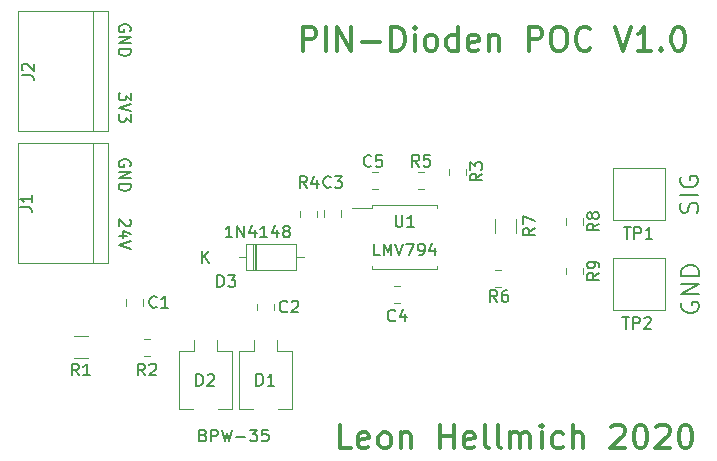
<source format=gbr>
G04 #@! TF.GenerationSoftware,KiCad,Pcbnew,(5.1.4)-1*
G04 #@! TF.CreationDate,2020-04-09T16:08:48+02:00*
G04 #@! TF.ProjectId,PIN_NiklasNachbau,50494e5f-4e69-46b6-9c61-734e61636862,rev?*
G04 #@! TF.SameCoordinates,Original*
G04 #@! TF.FileFunction,Legend,Top*
G04 #@! TF.FilePolarity,Positive*
%FSLAX46Y46*%
G04 Gerber Fmt 4.6, Leading zero omitted, Abs format (unit mm)*
G04 Created by KiCad (PCBNEW (5.1.4)-1) date 2020-04-09 16:08:48*
%MOMM*%
%LPD*%
G04 APERTURE LIST*
%ADD10C,0.150000*%
%ADD11C,0.200000*%
%ADD12C,0.300000*%
%ADD13C,0.120000*%
G04 APERTURE END LIST*
D10*
X158689142Y-68050714D02*
X158760571Y-67836428D01*
X158760571Y-67479285D01*
X158689142Y-67336428D01*
X158617714Y-67265000D01*
X158474857Y-67193571D01*
X158332000Y-67193571D01*
X158189142Y-67265000D01*
X158117714Y-67336428D01*
X158046285Y-67479285D01*
X157974857Y-67765000D01*
X157903428Y-67907857D01*
X157832000Y-67979285D01*
X157689142Y-68050714D01*
X157546285Y-68050714D01*
X157403428Y-67979285D01*
X157332000Y-67907857D01*
X157260571Y-67765000D01*
X157260571Y-67407857D01*
X157332000Y-67193571D01*
X158760571Y-66550714D02*
X157260571Y-66550714D01*
X157332000Y-65050714D02*
X157260571Y-65193571D01*
X157260571Y-65407857D01*
X157332000Y-65622142D01*
X157474857Y-65765000D01*
X157617714Y-65836428D01*
X157903428Y-65907857D01*
X158117714Y-65907857D01*
X158403428Y-65836428D01*
X158546285Y-65765000D01*
X158689142Y-65622142D01*
X158760571Y-65407857D01*
X158760571Y-65265000D01*
X158689142Y-65050714D01*
X158617714Y-64979285D01*
X158117714Y-64979285D01*
X158117714Y-65265000D01*
X157459000Y-75658857D02*
X157387571Y-75801714D01*
X157387571Y-76016000D01*
X157459000Y-76230285D01*
X157601857Y-76373142D01*
X157744714Y-76444571D01*
X158030428Y-76516000D01*
X158244714Y-76516000D01*
X158530428Y-76444571D01*
X158673285Y-76373142D01*
X158816142Y-76230285D01*
X158887571Y-76016000D01*
X158887571Y-75873142D01*
X158816142Y-75658857D01*
X158744714Y-75587428D01*
X158244714Y-75587428D01*
X158244714Y-75873142D01*
X158887571Y-74944571D02*
X157387571Y-74944571D01*
X158887571Y-74087428D01*
X157387571Y-74087428D01*
X158887571Y-73373142D02*
X157387571Y-73373142D01*
X157387571Y-73016000D01*
X157459000Y-72801714D01*
X157601857Y-72658857D01*
X157744714Y-72587428D01*
X158030428Y-72516000D01*
X158244714Y-72516000D01*
X158530428Y-72587428D01*
X158673285Y-72658857D01*
X158816142Y-72801714D01*
X158887571Y-73016000D01*
X158887571Y-73373142D01*
X131832952Y-71666380D02*
X131356761Y-71666380D01*
X131356761Y-70666380D01*
X132166285Y-71666380D02*
X132166285Y-70666380D01*
X132499619Y-71380666D01*
X132832952Y-70666380D01*
X132832952Y-71666380D01*
X133166285Y-70666380D02*
X133499619Y-71666380D01*
X133832952Y-70666380D01*
X134071047Y-70666380D02*
X134737714Y-70666380D01*
X134309142Y-71666380D01*
X135166285Y-71666380D02*
X135356761Y-71666380D01*
X135452000Y-71618761D01*
X135499619Y-71571142D01*
X135594857Y-71428285D01*
X135642476Y-71237809D01*
X135642476Y-70856857D01*
X135594857Y-70761619D01*
X135547238Y-70714000D01*
X135452000Y-70666380D01*
X135261523Y-70666380D01*
X135166285Y-70714000D01*
X135118666Y-70761619D01*
X135071047Y-70856857D01*
X135071047Y-71094952D01*
X135118666Y-71190190D01*
X135166285Y-71237809D01*
X135261523Y-71285428D01*
X135452000Y-71285428D01*
X135547238Y-71237809D01*
X135594857Y-71190190D01*
X135642476Y-71094952D01*
X136499619Y-70999714D02*
X136499619Y-71666380D01*
X136261523Y-70618761D02*
X136023428Y-71333047D01*
X136642476Y-71333047D01*
X119363142Y-70142380D02*
X118791714Y-70142380D01*
X119077428Y-70142380D02*
X119077428Y-69142380D01*
X118982190Y-69285238D01*
X118886952Y-69380476D01*
X118791714Y-69428095D01*
X119791714Y-70142380D02*
X119791714Y-69142380D01*
X120363142Y-70142380D01*
X120363142Y-69142380D01*
X121267904Y-69475714D02*
X121267904Y-70142380D01*
X121029809Y-69094761D02*
X120791714Y-69809047D01*
X121410761Y-69809047D01*
X122315523Y-70142380D02*
X121744095Y-70142380D01*
X122029809Y-70142380D02*
X122029809Y-69142380D01*
X121934571Y-69285238D01*
X121839333Y-69380476D01*
X121744095Y-69428095D01*
X123172666Y-69475714D02*
X123172666Y-70142380D01*
X122934571Y-69094761D02*
X122696476Y-69809047D01*
X123315523Y-69809047D01*
X123839333Y-69570952D02*
X123744095Y-69523333D01*
X123696476Y-69475714D01*
X123648857Y-69380476D01*
X123648857Y-69332857D01*
X123696476Y-69237619D01*
X123744095Y-69190000D01*
X123839333Y-69142380D01*
X124029809Y-69142380D01*
X124125047Y-69190000D01*
X124172666Y-69237619D01*
X124220285Y-69332857D01*
X124220285Y-69380476D01*
X124172666Y-69475714D01*
X124125047Y-69523333D01*
X124029809Y-69570952D01*
X123839333Y-69570952D01*
X123744095Y-69618571D01*
X123696476Y-69666190D01*
X123648857Y-69761428D01*
X123648857Y-69951904D01*
X123696476Y-70047142D01*
X123744095Y-70094761D01*
X123839333Y-70142380D01*
X124029809Y-70142380D01*
X124125047Y-70094761D01*
X124172666Y-70047142D01*
X124220285Y-69951904D01*
X124220285Y-69761428D01*
X124172666Y-69666190D01*
X124125047Y-69618571D01*
X124029809Y-69570952D01*
X116902571Y-86890571D02*
X117045428Y-86938190D01*
X117093047Y-86985809D01*
X117140666Y-87081047D01*
X117140666Y-87223904D01*
X117093047Y-87319142D01*
X117045428Y-87366761D01*
X116950190Y-87414380D01*
X116569238Y-87414380D01*
X116569238Y-86414380D01*
X116902571Y-86414380D01*
X116997809Y-86462000D01*
X117045428Y-86509619D01*
X117093047Y-86604857D01*
X117093047Y-86700095D01*
X117045428Y-86795333D01*
X116997809Y-86842952D01*
X116902571Y-86890571D01*
X116569238Y-86890571D01*
X117569238Y-87414380D02*
X117569238Y-86414380D01*
X117950190Y-86414380D01*
X118045428Y-86462000D01*
X118093047Y-86509619D01*
X118140666Y-86604857D01*
X118140666Y-86747714D01*
X118093047Y-86842952D01*
X118045428Y-86890571D01*
X117950190Y-86938190D01*
X117569238Y-86938190D01*
X118474000Y-86414380D02*
X118712095Y-87414380D01*
X118902571Y-86700095D01*
X119093047Y-87414380D01*
X119331142Y-86414380D01*
X119712095Y-87033428D02*
X120474000Y-87033428D01*
X120854952Y-86414380D02*
X121474000Y-86414380D01*
X121140666Y-86795333D01*
X121283523Y-86795333D01*
X121378761Y-86842952D01*
X121426380Y-86890571D01*
X121474000Y-86985809D01*
X121474000Y-87223904D01*
X121426380Y-87319142D01*
X121378761Y-87366761D01*
X121283523Y-87414380D01*
X120997809Y-87414380D01*
X120902571Y-87366761D01*
X120854952Y-87319142D01*
X122378761Y-86414380D02*
X121902571Y-86414380D01*
X121854952Y-86890571D01*
X121902571Y-86842952D01*
X121997809Y-86795333D01*
X122235904Y-86795333D01*
X122331142Y-86842952D01*
X122378761Y-86890571D01*
X122426380Y-86985809D01*
X122426380Y-87223904D01*
X122378761Y-87319142D01*
X122331142Y-87366761D01*
X122235904Y-87414380D01*
X121997809Y-87414380D01*
X121902571Y-87366761D01*
X121854952Y-87319142D01*
D11*
X110703000Y-64102095D02*
X110750619Y-64006857D01*
X110750619Y-63864000D01*
X110703000Y-63721142D01*
X110607761Y-63625904D01*
X110512523Y-63578285D01*
X110322047Y-63530666D01*
X110179190Y-63530666D01*
X109988714Y-63578285D01*
X109893476Y-63625904D01*
X109798238Y-63721142D01*
X109750619Y-63864000D01*
X109750619Y-63959238D01*
X109798238Y-64102095D01*
X109845857Y-64149714D01*
X110179190Y-64149714D01*
X110179190Y-63959238D01*
X109750619Y-64578285D02*
X110750619Y-64578285D01*
X109750619Y-65149714D01*
X110750619Y-65149714D01*
X109750619Y-65625904D02*
X110750619Y-65625904D01*
X110750619Y-65864000D01*
X110703000Y-66006857D01*
X110607761Y-66102095D01*
X110512523Y-66149714D01*
X110322047Y-66197333D01*
X110179190Y-66197333D01*
X109988714Y-66149714D01*
X109893476Y-66102095D01*
X109798238Y-66006857D01*
X109750619Y-65864000D01*
X109750619Y-65625904D01*
X110655380Y-68626523D02*
X110703000Y-68674142D01*
X110750619Y-68769380D01*
X110750619Y-69007476D01*
X110703000Y-69102714D01*
X110655380Y-69150333D01*
X110560142Y-69197952D01*
X110464904Y-69197952D01*
X110322047Y-69150333D01*
X109750619Y-68578904D01*
X109750619Y-69197952D01*
X110417285Y-70055095D02*
X109750619Y-70055095D01*
X110798238Y-69817000D02*
X110083952Y-69578904D01*
X110083952Y-70197952D01*
X110750619Y-70436047D02*
X109750619Y-70769380D01*
X110750619Y-71102714D01*
X110703000Y-52672095D02*
X110750619Y-52576857D01*
X110750619Y-52434000D01*
X110703000Y-52291142D01*
X110607761Y-52195904D01*
X110512523Y-52148285D01*
X110322047Y-52100666D01*
X110179190Y-52100666D01*
X109988714Y-52148285D01*
X109893476Y-52195904D01*
X109798238Y-52291142D01*
X109750619Y-52434000D01*
X109750619Y-52529238D01*
X109798238Y-52672095D01*
X109845857Y-52719714D01*
X110179190Y-52719714D01*
X110179190Y-52529238D01*
X109750619Y-53148285D02*
X110750619Y-53148285D01*
X109750619Y-53719714D01*
X110750619Y-53719714D01*
X109750619Y-54195904D02*
X110750619Y-54195904D01*
X110750619Y-54434000D01*
X110703000Y-54576857D01*
X110607761Y-54672095D01*
X110512523Y-54719714D01*
X110322047Y-54767333D01*
X110179190Y-54767333D01*
X109988714Y-54719714D01*
X109893476Y-54672095D01*
X109798238Y-54576857D01*
X109750619Y-54434000D01*
X109750619Y-54195904D01*
X110750619Y-57910904D02*
X110750619Y-58529952D01*
X110369666Y-58196619D01*
X110369666Y-58339476D01*
X110322047Y-58434714D01*
X110274428Y-58482333D01*
X110179190Y-58529952D01*
X109941095Y-58529952D01*
X109845857Y-58482333D01*
X109798238Y-58434714D01*
X109750619Y-58339476D01*
X109750619Y-58053761D01*
X109798238Y-57958523D01*
X109845857Y-57910904D01*
X110750619Y-58815666D02*
X109750619Y-59149000D01*
X110750619Y-59482333D01*
X110750619Y-59720428D02*
X110750619Y-60339476D01*
X110369666Y-60006142D01*
X110369666Y-60149000D01*
X110322047Y-60244238D01*
X110274428Y-60291857D01*
X110179190Y-60339476D01*
X109941095Y-60339476D01*
X109845857Y-60291857D01*
X109798238Y-60244238D01*
X109750619Y-60149000D01*
X109750619Y-59863285D01*
X109798238Y-59768047D01*
X109845857Y-59720428D01*
D12*
X129445238Y-87993761D02*
X128492857Y-87993761D01*
X128492857Y-85993761D01*
X130873809Y-87898523D02*
X130683333Y-87993761D01*
X130302380Y-87993761D01*
X130111904Y-87898523D01*
X130016666Y-87708047D01*
X130016666Y-86946142D01*
X130111904Y-86755666D01*
X130302380Y-86660428D01*
X130683333Y-86660428D01*
X130873809Y-86755666D01*
X130969047Y-86946142D01*
X130969047Y-87136619D01*
X130016666Y-87327095D01*
X132111904Y-87993761D02*
X131921428Y-87898523D01*
X131826190Y-87803285D01*
X131730952Y-87612809D01*
X131730952Y-87041380D01*
X131826190Y-86850904D01*
X131921428Y-86755666D01*
X132111904Y-86660428D01*
X132397619Y-86660428D01*
X132588095Y-86755666D01*
X132683333Y-86850904D01*
X132778571Y-87041380D01*
X132778571Y-87612809D01*
X132683333Y-87803285D01*
X132588095Y-87898523D01*
X132397619Y-87993761D01*
X132111904Y-87993761D01*
X133635714Y-86660428D02*
X133635714Y-87993761D01*
X133635714Y-86850904D02*
X133730952Y-86755666D01*
X133921428Y-86660428D01*
X134207142Y-86660428D01*
X134397619Y-86755666D01*
X134492857Y-86946142D01*
X134492857Y-87993761D01*
X136969047Y-87993761D02*
X136969047Y-85993761D01*
X136969047Y-86946142D02*
X138111904Y-86946142D01*
X138111904Y-87993761D02*
X138111904Y-85993761D01*
X139826190Y-87898523D02*
X139635714Y-87993761D01*
X139254761Y-87993761D01*
X139064285Y-87898523D01*
X138969047Y-87708047D01*
X138969047Y-86946142D01*
X139064285Y-86755666D01*
X139254761Y-86660428D01*
X139635714Y-86660428D01*
X139826190Y-86755666D01*
X139921428Y-86946142D01*
X139921428Y-87136619D01*
X138969047Y-87327095D01*
X141064285Y-87993761D02*
X140873809Y-87898523D01*
X140778571Y-87708047D01*
X140778571Y-85993761D01*
X142111904Y-87993761D02*
X141921428Y-87898523D01*
X141826190Y-87708047D01*
X141826190Y-85993761D01*
X142873809Y-87993761D02*
X142873809Y-86660428D01*
X142873809Y-86850904D02*
X142969047Y-86755666D01*
X143159523Y-86660428D01*
X143445238Y-86660428D01*
X143635714Y-86755666D01*
X143730952Y-86946142D01*
X143730952Y-87993761D01*
X143730952Y-86946142D02*
X143826190Y-86755666D01*
X144016666Y-86660428D01*
X144302380Y-86660428D01*
X144492857Y-86755666D01*
X144588095Y-86946142D01*
X144588095Y-87993761D01*
X145540476Y-87993761D02*
X145540476Y-86660428D01*
X145540476Y-85993761D02*
X145445238Y-86089000D01*
X145540476Y-86184238D01*
X145635714Y-86089000D01*
X145540476Y-85993761D01*
X145540476Y-86184238D01*
X147350000Y-87898523D02*
X147159523Y-87993761D01*
X146778571Y-87993761D01*
X146588095Y-87898523D01*
X146492857Y-87803285D01*
X146397619Y-87612809D01*
X146397619Y-87041380D01*
X146492857Y-86850904D01*
X146588095Y-86755666D01*
X146778571Y-86660428D01*
X147159523Y-86660428D01*
X147350000Y-86755666D01*
X148207142Y-87993761D02*
X148207142Y-85993761D01*
X149064285Y-87993761D02*
X149064285Y-86946142D01*
X148969047Y-86755666D01*
X148778571Y-86660428D01*
X148492857Y-86660428D01*
X148302380Y-86755666D01*
X148207142Y-86850904D01*
X151445238Y-86184238D02*
X151540476Y-86089000D01*
X151730952Y-85993761D01*
X152207142Y-85993761D01*
X152397619Y-86089000D01*
X152492857Y-86184238D01*
X152588095Y-86374714D01*
X152588095Y-86565190D01*
X152492857Y-86850904D01*
X151350000Y-87993761D01*
X152588095Y-87993761D01*
X153826190Y-85993761D02*
X154016666Y-85993761D01*
X154207142Y-86089000D01*
X154302380Y-86184238D01*
X154397619Y-86374714D01*
X154492857Y-86755666D01*
X154492857Y-87231857D01*
X154397619Y-87612809D01*
X154302380Y-87803285D01*
X154207142Y-87898523D01*
X154016666Y-87993761D01*
X153826190Y-87993761D01*
X153635714Y-87898523D01*
X153540476Y-87803285D01*
X153445238Y-87612809D01*
X153350000Y-87231857D01*
X153350000Y-86755666D01*
X153445238Y-86374714D01*
X153540476Y-86184238D01*
X153635714Y-86089000D01*
X153826190Y-85993761D01*
X155254761Y-86184238D02*
X155350000Y-86089000D01*
X155540476Y-85993761D01*
X156016666Y-85993761D01*
X156207142Y-86089000D01*
X156302380Y-86184238D01*
X156397619Y-86374714D01*
X156397619Y-86565190D01*
X156302380Y-86850904D01*
X155159523Y-87993761D01*
X156397619Y-87993761D01*
X157635714Y-85993761D02*
X157826190Y-85993761D01*
X158016666Y-86089000D01*
X158111904Y-86184238D01*
X158207142Y-86374714D01*
X158302380Y-86755666D01*
X158302380Y-87231857D01*
X158207142Y-87612809D01*
X158111904Y-87803285D01*
X158016666Y-87898523D01*
X157826190Y-87993761D01*
X157635714Y-87993761D01*
X157445238Y-87898523D01*
X157350000Y-87803285D01*
X157254761Y-87612809D01*
X157159523Y-87231857D01*
X157159523Y-86755666D01*
X157254761Y-86374714D01*
X157350000Y-86184238D01*
X157445238Y-86089000D01*
X157635714Y-85993761D01*
X125302142Y-54338761D02*
X125302142Y-52338761D01*
X126064047Y-52338761D01*
X126254523Y-52434000D01*
X126349761Y-52529238D01*
X126445000Y-52719714D01*
X126445000Y-53005428D01*
X126349761Y-53195904D01*
X126254523Y-53291142D01*
X126064047Y-53386380D01*
X125302142Y-53386380D01*
X127302142Y-54338761D02*
X127302142Y-52338761D01*
X128254523Y-54338761D02*
X128254523Y-52338761D01*
X129397380Y-54338761D01*
X129397380Y-52338761D01*
X130349761Y-53576857D02*
X131873571Y-53576857D01*
X132825952Y-54338761D02*
X132825952Y-52338761D01*
X133302142Y-52338761D01*
X133587857Y-52434000D01*
X133778333Y-52624476D01*
X133873571Y-52814952D01*
X133968809Y-53195904D01*
X133968809Y-53481619D01*
X133873571Y-53862571D01*
X133778333Y-54053047D01*
X133587857Y-54243523D01*
X133302142Y-54338761D01*
X132825952Y-54338761D01*
X134825952Y-54338761D02*
X134825952Y-53005428D01*
X134825952Y-52338761D02*
X134730714Y-52434000D01*
X134825952Y-52529238D01*
X134921190Y-52434000D01*
X134825952Y-52338761D01*
X134825952Y-52529238D01*
X136064047Y-54338761D02*
X135873571Y-54243523D01*
X135778333Y-54148285D01*
X135683095Y-53957809D01*
X135683095Y-53386380D01*
X135778333Y-53195904D01*
X135873571Y-53100666D01*
X136064047Y-53005428D01*
X136349761Y-53005428D01*
X136540238Y-53100666D01*
X136635476Y-53195904D01*
X136730714Y-53386380D01*
X136730714Y-53957809D01*
X136635476Y-54148285D01*
X136540238Y-54243523D01*
X136349761Y-54338761D01*
X136064047Y-54338761D01*
X138445000Y-54338761D02*
X138445000Y-52338761D01*
X138445000Y-54243523D02*
X138254523Y-54338761D01*
X137873571Y-54338761D01*
X137683095Y-54243523D01*
X137587857Y-54148285D01*
X137492619Y-53957809D01*
X137492619Y-53386380D01*
X137587857Y-53195904D01*
X137683095Y-53100666D01*
X137873571Y-53005428D01*
X138254523Y-53005428D01*
X138445000Y-53100666D01*
X140159285Y-54243523D02*
X139968809Y-54338761D01*
X139587857Y-54338761D01*
X139397380Y-54243523D01*
X139302142Y-54053047D01*
X139302142Y-53291142D01*
X139397380Y-53100666D01*
X139587857Y-53005428D01*
X139968809Y-53005428D01*
X140159285Y-53100666D01*
X140254523Y-53291142D01*
X140254523Y-53481619D01*
X139302142Y-53672095D01*
X141111666Y-53005428D02*
X141111666Y-54338761D01*
X141111666Y-53195904D02*
X141206904Y-53100666D01*
X141397380Y-53005428D01*
X141683095Y-53005428D01*
X141873571Y-53100666D01*
X141968809Y-53291142D01*
X141968809Y-54338761D01*
X144445000Y-54338761D02*
X144445000Y-52338761D01*
X145206904Y-52338761D01*
X145397380Y-52434000D01*
X145492619Y-52529238D01*
X145587857Y-52719714D01*
X145587857Y-53005428D01*
X145492619Y-53195904D01*
X145397380Y-53291142D01*
X145206904Y-53386380D01*
X144445000Y-53386380D01*
X146825952Y-52338761D02*
X147206904Y-52338761D01*
X147397380Y-52434000D01*
X147587857Y-52624476D01*
X147683095Y-53005428D01*
X147683095Y-53672095D01*
X147587857Y-54053047D01*
X147397380Y-54243523D01*
X147206904Y-54338761D01*
X146825952Y-54338761D01*
X146635476Y-54243523D01*
X146445000Y-54053047D01*
X146349761Y-53672095D01*
X146349761Y-53005428D01*
X146445000Y-52624476D01*
X146635476Y-52434000D01*
X146825952Y-52338761D01*
X149683095Y-54148285D02*
X149587857Y-54243523D01*
X149302142Y-54338761D01*
X149111666Y-54338761D01*
X148825952Y-54243523D01*
X148635476Y-54053047D01*
X148540238Y-53862571D01*
X148445000Y-53481619D01*
X148445000Y-53195904D01*
X148540238Y-52814952D01*
X148635476Y-52624476D01*
X148825952Y-52434000D01*
X149111666Y-52338761D01*
X149302142Y-52338761D01*
X149587857Y-52434000D01*
X149683095Y-52529238D01*
X151778333Y-52338761D02*
X152445000Y-54338761D01*
X153111666Y-52338761D01*
X154825952Y-54338761D02*
X153683095Y-54338761D01*
X154254523Y-54338761D02*
X154254523Y-52338761D01*
X154064047Y-52624476D01*
X153873571Y-52814952D01*
X153683095Y-52910190D01*
X155683095Y-54148285D02*
X155778333Y-54243523D01*
X155683095Y-54338761D01*
X155587857Y-54243523D01*
X155683095Y-54148285D01*
X155683095Y-54338761D01*
X157016428Y-52338761D02*
X157206904Y-52338761D01*
X157397380Y-52434000D01*
X157492619Y-52529238D01*
X157587857Y-52719714D01*
X157683095Y-53100666D01*
X157683095Y-53576857D01*
X157587857Y-53957809D01*
X157492619Y-54148285D01*
X157397380Y-54243523D01*
X157206904Y-54338761D01*
X157016428Y-54338761D01*
X156825952Y-54243523D01*
X156730714Y-54148285D01*
X156635476Y-53957809D01*
X156540238Y-53576857D01*
X156540238Y-53100666D01*
X156635476Y-52719714D01*
X156730714Y-52529238D01*
X156825952Y-52434000D01*
X157016428Y-52338761D01*
D13*
X131206001Y-67663001D02*
X129531001Y-67663001D01*
X131206001Y-67403001D02*
X131206001Y-67663001D01*
X133931001Y-67403001D02*
X131206001Y-67403001D01*
X136656001Y-67403001D02*
X136656001Y-67663001D01*
X133931001Y-67403001D02*
X136656001Y-67403001D01*
X131206001Y-72853001D02*
X131206001Y-72593001D01*
X133931001Y-72853001D02*
X131206001Y-72853001D01*
X136656001Y-72853001D02*
X136656001Y-72593001D01*
X133931001Y-72853001D02*
X136656001Y-72853001D01*
X151574000Y-76307000D02*
X151574000Y-71907000D01*
X155974000Y-76307000D02*
X151574000Y-76307000D01*
X155974000Y-71907000D02*
X155974000Y-76307000D01*
X151574000Y-71907000D02*
X155974000Y-71907000D01*
X151574000Y-68687000D02*
X151574000Y-64287000D01*
X155974000Y-68687000D02*
X151574000Y-68687000D01*
X155974000Y-64287000D02*
X155974000Y-68687000D01*
X151574000Y-64287000D02*
X155974000Y-64287000D01*
X147603000Y-72711748D02*
X147603000Y-73234252D01*
X149023000Y-72711748D02*
X149023000Y-73234252D01*
X147593000Y-68539748D02*
X147593000Y-69062252D01*
X149013000Y-68539748D02*
X149013000Y-69062252D01*
X143381000Y-69756064D02*
X143381000Y-68551936D01*
X141561000Y-69756064D02*
X141561000Y-68551936D01*
X141574748Y-74309000D02*
X142097252Y-74309000D01*
X141574748Y-72889000D02*
X142097252Y-72889000D01*
X135088748Y-66054000D02*
X135611252Y-66054000D01*
X135088748Y-64634000D02*
X135611252Y-64634000D01*
X125124000Y-67885748D02*
X125124000Y-68408252D01*
X126544000Y-67885748D02*
X126544000Y-68408252D01*
X137697000Y-64320748D02*
X137697000Y-64843252D01*
X139117000Y-64320748D02*
X139117000Y-64843252D01*
X111865748Y-80151000D02*
X112388252Y-80151000D01*
X111865748Y-78731000D02*
X112388252Y-78731000D01*
X105927936Y-80351000D02*
X107132064Y-80351000D01*
X105927936Y-78531000D02*
X107132064Y-78531000D01*
X108816000Y-61153000D02*
X108816000Y-50993000D01*
X101196000Y-61153000D02*
X108816000Y-61153000D01*
X101196000Y-50993000D02*
X101196000Y-61153000D01*
X108816000Y-50993000D02*
X101196000Y-50993000D01*
X107546000Y-50993000D02*
X107546000Y-61153000D01*
X108816000Y-72329000D02*
X108816000Y-62169000D01*
X101196000Y-72329000D02*
X108816000Y-72329000D01*
X101196000Y-62169000D02*
X101196000Y-72329000D01*
X108816000Y-62169000D02*
X101196000Y-62169000D01*
X107546000Y-62169000D02*
X107546000Y-72329000D01*
X121139000Y-70701000D02*
X121139000Y-72941000D01*
X121379000Y-70701000D02*
X121379000Y-72941000D01*
X121259000Y-70701000D02*
X121259000Y-72941000D01*
X125429000Y-71821000D02*
X124779000Y-71821000D01*
X119889000Y-71821000D02*
X120539000Y-71821000D01*
X124779000Y-70701000D02*
X120539000Y-70701000D01*
X124779000Y-72941000D02*
X124779000Y-70701000D01*
X120539000Y-72941000D02*
X124779000Y-72941000D01*
X120539000Y-70701000D02*
X120539000Y-72941000D01*
X116111000Y-79775000D02*
X116111000Y-78855000D01*
X118031000Y-79775000D02*
X118031000Y-78855000D01*
X119331000Y-84645000D02*
X118131000Y-84645000D01*
X119331000Y-79775000D02*
X119331000Y-84645000D01*
X114811000Y-84645000D02*
X114811000Y-79775000D01*
X116011000Y-84645000D02*
X114811000Y-84645000D01*
X119331000Y-79775000D02*
X118031000Y-79775000D01*
X116111000Y-79775000D02*
X114811000Y-79775000D01*
X121191000Y-79775000D02*
X121191000Y-78855000D01*
X123111000Y-79775000D02*
X123111000Y-78855000D01*
X124411000Y-84645000D02*
X123211000Y-84645000D01*
X124411000Y-79775000D02*
X124411000Y-84645000D01*
X119891000Y-84645000D02*
X119891000Y-79775000D01*
X121091000Y-84645000D02*
X119891000Y-84645000D01*
X124411000Y-79775000D02*
X123111000Y-79775000D01*
X121191000Y-79775000D02*
X119891000Y-79775000D01*
X131674252Y-64634000D02*
X131151748Y-64634000D01*
X131674252Y-66054000D02*
X131151748Y-66054000D01*
X133065748Y-75706000D02*
X133588252Y-75706000D01*
X133065748Y-74286000D02*
X133588252Y-74286000D01*
X127155999Y-67859749D02*
X127155999Y-68382253D01*
X128575999Y-67859749D02*
X128575999Y-68382253D01*
X121431000Y-75778748D02*
X121431000Y-76301252D01*
X122851000Y-75778748D02*
X122851000Y-76301252D01*
X111802000Y-75911252D02*
X111802000Y-75388748D01*
X110382000Y-75911252D02*
X110382000Y-75388748D01*
D10*
X133190095Y-68253380D02*
X133190095Y-69062904D01*
X133237714Y-69158142D01*
X133285333Y-69205761D01*
X133380571Y-69253380D01*
X133571047Y-69253380D01*
X133666285Y-69205761D01*
X133713904Y-69158142D01*
X133761523Y-69062904D01*
X133761523Y-68253380D01*
X134761523Y-69253380D02*
X134190095Y-69253380D01*
X134475809Y-69253380D02*
X134475809Y-68253380D01*
X134380571Y-68396238D01*
X134285333Y-68491476D01*
X134190095Y-68539095D01*
X152375095Y-76889380D02*
X152946523Y-76889380D01*
X152660809Y-77889380D02*
X152660809Y-76889380D01*
X153279857Y-77889380D02*
X153279857Y-76889380D01*
X153660809Y-76889380D01*
X153756047Y-76937000D01*
X153803666Y-76984619D01*
X153851285Y-77079857D01*
X153851285Y-77222714D01*
X153803666Y-77317952D01*
X153756047Y-77365571D01*
X153660809Y-77413190D01*
X153279857Y-77413190D01*
X154232238Y-76984619D02*
X154279857Y-76937000D01*
X154375095Y-76889380D01*
X154613190Y-76889380D01*
X154708428Y-76937000D01*
X154756047Y-76984619D01*
X154803666Y-77079857D01*
X154803666Y-77175095D01*
X154756047Y-77317952D01*
X154184619Y-77889380D01*
X154803666Y-77889380D01*
X152502095Y-69269380D02*
X153073523Y-69269380D01*
X152787809Y-70269380D02*
X152787809Y-69269380D01*
X153406857Y-70269380D02*
X153406857Y-69269380D01*
X153787809Y-69269380D01*
X153883047Y-69317000D01*
X153930666Y-69364619D01*
X153978285Y-69459857D01*
X153978285Y-69602714D01*
X153930666Y-69697952D01*
X153883047Y-69745571D01*
X153787809Y-69793190D01*
X153406857Y-69793190D01*
X154930666Y-70269380D02*
X154359238Y-70269380D01*
X154644952Y-70269380D02*
X154644952Y-69269380D01*
X154549714Y-69412238D01*
X154454476Y-69507476D01*
X154359238Y-69555095D01*
X150415380Y-73139666D02*
X149939190Y-73473000D01*
X150415380Y-73711095D02*
X149415380Y-73711095D01*
X149415380Y-73330142D01*
X149463000Y-73234904D01*
X149510619Y-73187285D01*
X149605857Y-73139666D01*
X149748714Y-73139666D01*
X149843952Y-73187285D01*
X149891571Y-73234904D01*
X149939190Y-73330142D01*
X149939190Y-73711095D01*
X150415380Y-72663476D02*
X150415380Y-72473000D01*
X150367761Y-72377761D01*
X150320142Y-72330142D01*
X150177285Y-72234904D01*
X149986809Y-72187285D01*
X149605857Y-72187285D01*
X149510619Y-72234904D01*
X149463000Y-72282523D01*
X149415380Y-72377761D01*
X149415380Y-72568238D01*
X149463000Y-72663476D01*
X149510619Y-72711095D01*
X149605857Y-72758714D01*
X149843952Y-72758714D01*
X149939190Y-72711095D01*
X149986809Y-72663476D01*
X150034428Y-72568238D01*
X150034428Y-72377761D01*
X149986809Y-72282523D01*
X149939190Y-72234904D01*
X149843952Y-72187285D01*
X150405380Y-68967666D02*
X149929190Y-69301000D01*
X150405380Y-69539095D02*
X149405380Y-69539095D01*
X149405380Y-69158142D01*
X149453000Y-69062904D01*
X149500619Y-69015285D01*
X149595857Y-68967666D01*
X149738714Y-68967666D01*
X149833952Y-69015285D01*
X149881571Y-69062904D01*
X149929190Y-69158142D01*
X149929190Y-69539095D01*
X149833952Y-68396238D02*
X149786333Y-68491476D01*
X149738714Y-68539095D01*
X149643476Y-68586714D01*
X149595857Y-68586714D01*
X149500619Y-68539095D01*
X149453000Y-68491476D01*
X149405380Y-68396238D01*
X149405380Y-68205761D01*
X149453000Y-68110523D01*
X149500619Y-68062904D01*
X149595857Y-68015285D01*
X149643476Y-68015285D01*
X149738714Y-68062904D01*
X149786333Y-68110523D01*
X149833952Y-68205761D01*
X149833952Y-68396238D01*
X149881571Y-68491476D01*
X149929190Y-68539095D01*
X150024428Y-68586714D01*
X150214904Y-68586714D01*
X150310142Y-68539095D01*
X150357761Y-68491476D01*
X150405380Y-68396238D01*
X150405380Y-68205761D01*
X150357761Y-68110523D01*
X150310142Y-68062904D01*
X150214904Y-68015285D01*
X150024428Y-68015285D01*
X149929190Y-68062904D01*
X149881571Y-68110523D01*
X149833952Y-68205761D01*
X144945380Y-69348666D02*
X144469190Y-69682000D01*
X144945380Y-69920095D02*
X143945380Y-69920095D01*
X143945380Y-69539142D01*
X143993000Y-69443904D01*
X144040619Y-69396285D01*
X144135857Y-69348666D01*
X144278714Y-69348666D01*
X144373952Y-69396285D01*
X144421571Y-69443904D01*
X144469190Y-69539142D01*
X144469190Y-69920095D01*
X143945380Y-69015333D02*
X143945380Y-68348666D01*
X144945380Y-68777238D01*
X141786333Y-75603380D02*
X141453000Y-75127190D01*
X141214904Y-75603380D02*
X141214904Y-74603380D01*
X141595857Y-74603380D01*
X141691095Y-74651000D01*
X141738714Y-74698619D01*
X141786333Y-74793857D01*
X141786333Y-74936714D01*
X141738714Y-75031952D01*
X141691095Y-75079571D01*
X141595857Y-75127190D01*
X141214904Y-75127190D01*
X142643476Y-74603380D02*
X142453000Y-74603380D01*
X142357761Y-74651000D01*
X142310142Y-74698619D01*
X142214904Y-74841476D01*
X142167285Y-75031952D01*
X142167285Y-75412904D01*
X142214904Y-75508142D01*
X142262523Y-75555761D01*
X142357761Y-75603380D01*
X142548238Y-75603380D01*
X142643476Y-75555761D01*
X142691095Y-75508142D01*
X142738714Y-75412904D01*
X142738714Y-75174809D01*
X142691095Y-75079571D01*
X142643476Y-75031952D01*
X142548238Y-74984333D01*
X142357761Y-74984333D01*
X142262523Y-75031952D01*
X142214904Y-75079571D01*
X142167285Y-75174809D01*
X135183333Y-64146380D02*
X134850000Y-63670190D01*
X134611904Y-64146380D02*
X134611904Y-63146380D01*
X134992857Y-63146380D01*
X135088095Y-63194000D01*
X135135714Y-63241619D01*
X135183333Y-63336857D01*
X135183333Y-63479714D01*
X135135714Y-63574952D01*
X135088095Y-63622571D01*
X134992857Y-63670190D01*
X134611904Y-63670190D01*
X136088095Y-63146380D02*
X135611904Y-63146380D01*
X135564285Y-63622571D01*
X135611904Y-63574952D01*
X135707142Y-63527333D01*
X135945238Y-63527333D01*
X136040476Y-63574952D01*
X136088095Y-63622571D01*
X136135714Y-63717809D01*
X136135714Y-63955904D01*
X136088095Y-64051142D01*
X136040476Y-64098761D01*
X135945238Y-64146380D01*
X135707142Y-64146380D01*
X135611904Y-64098761D01*
X135564285Y-64051142D01*
X125657333Y-65951380D02*
X125324000Y-65475190D01*
X125085904Y-65951380D02*
X125085904Y-64951380D01*
X125466857Y-64951380D01*
X125562095Y-64999000D01*
X125609714Y-65046619D01*
X125657333Y-65141857D01*
X125657333Y-65284714D01*
X125609714Y-65379952D01*
X125562095Y-65427571D01*
X125466857Y-65475190D01*
X125085904Y-65475190D01*
X126514476Y-65284714D02*
X126514476Y-65951380D01*
X126276380Y-64903761D02*
X126038285Y-65618047D01*
X126657333Y-65618047D01*
X140509380Y-64748666D02*
X140033190Y-65082000D01*
X140509380Y-65320095D02*
X139509380Y-65320095D01*
X139509380Y-64939142D01*
X139557000Y-64843904D01*
X139604619Y-64796285D01*
X139699857Y-64748666D01*
X139842714Y-64748666D01*
X139937952Y-64796285D01*
X139985571Y-64843904D01*
X140033190Y-64939142D01*
X140033190Y-65320095D01*
X139509380Y-64415333D02*
X139509380Y-63796285D01*
X139890333Y-64129619D01*
X139890333Y-63986761D01*
X139937952Y-63891523D01*
X139985571Y-63843904D01*
X140080809Y-63796285D01*
X140318904Y-63796285D01*
X140414142Y-63843904D01*
X140461761Y-63891523D01*
X140509380Y-63986761D01*
X140509380Y-64272476D01*
X140461761Y-64367714D01*
X140414142Y-64415333D01*
X111960333Y-81826380D02*
X111627000Y-81350190D01*
X111388904Y-81826380D02*
X111388904Y-80826380D01*
X111769857Y-80826380D01*
X111865095Y-80874000D01*
X111912714Y-80921619D01*
X111960333Y-81016857D01*
X111960333Y-81159714D01*
X111912714Y-81254952D01*
X111865095Y-81302571D01*
X111769857Y-81350190D01*
X111388904Y-81350190D01*
X112341285Y-80921619D02*
X112388904Y-80874000D01*
X112484142Y-80826380D01*
X112722238Y-80826380D01*
X112817476Y-80874000D01*
X112865095Y-80921619D01*
X112912714Y-81016857D01*
X112912714Y-81112095D01*
X112865095Y-81254952D01*
X112293666Y-81826380D01*
X112912714Y-81826380D01*
X106363333Y-81826380D02*
X106030000Y-81350190D01*
X105791904Y-81826380D02*
X105791904Y-80826380D01*
X106172857Y-80826380D01*
X106268095Y-80874000D01*
X106315714Y-80921619D01*
X106363333Y-81016857D01*
X106363333Y-81159714D01*
X106315714Y-81254952D01*
X106268095Y-81302571D01*
X106172857Y-81350190D01*
X105791904Y-81350190D01*
X107315714Y-81826380D02*
X106744285Y-81826380D01*
X107030000Y-81826380D02*
X107030000Y-80826380D01*
X106934761Y-80969238D01*
X106839523Y-81064476D01*
X106744285Y-81112095D01*
X101527380Y-56434333D02*
X102241666Y-56434333D01*
X102384523Y-56481952D01*
X102479761Y-56577190D01*
X102527380Y-56720047D01*
X102527380Y-56815285D01*
X101622619Y-56005761D02*
X101575000Y-55958142D01*
X101527380Y-55862904D01*
X101527380Y-55624809D01*
X101575000Y-55529571D01*
X101622619Y-55481952D01*
X101717857Y-55434333D01*
X101813095Y-55434333D01*
X101955952Y-55481952D01*
X102527380Y-56053380D01*
X102527380Y-55434333D01*
X101400380Y-67582333D02*
X102114666Y-67582333D01*
X102257523Y-67629952D01*
X102352761Y-67725190D01*
X102400380Y-67868047D01*
X102400380Y-67963285D01*
X102400380Y-66582333D02*
X102400380Y-67153761D01*
X102400380Y-66868047D02*
X101400380Y-66868047D01*
X101543238Y-66963285D01*
X101638476Y-67058523D01*
X101686095Y-67153761D01*
X118100904Y-74333380D02*
X118100904Y-73333380D01*
X118339000Y-73333380D01*
X118481857Y-73381000D01*
X118577095Y-73476238D01*
X118624714Y-73571476D01*
X118672333Y-73761952D01*
X118672333Y-73904809D01*
X118624714Y-74095285D01*
X118577095Y-74190523D01*
X118481857Y-74285761D01*
X118339000Y-74333380D01*
X118100904Y-74333380D01*
X119005666Y-73333380D02*
X119624714Y-73333380D01*
X119291380Y-73714333D01*
X119434238Y-73714333D01*
X119529476Y-73761952D01*
X119577095Y-73809571D01*
X119624714Y-73904809D01*
X119624714Y-74142904D01*
X119577095Y-74238142D01*
X119529476Y-74285761D01*
X119434238Y-74333380D01*
X119148523Y-74333380D01*
X119053285Y-74285761D01*
X119005666Y-74238142D01*
X116799095Y-72301380D02*
X116799095Y-71301380D01*
X117370523Y-72301380D02*
X116941952Y-71729952D01*
X117370523Y-71301380D02*
X116799095Y-71872809D01*
X116322904Y-82715380D02*
X116322904Y-81715380D01*
X116561000Y-81715380D01*
X116703857Y-81763000D01*
X116799095Y-81858238D01*
X116846714Y-81953476D01*
X116894333Y-82143952D01*
X116894333Y-82286809D01*
X116846714Y-82477285D01*
X116799095Y-82572523D01*
X116703857Y-82667761D01*
X116561000Y-82715380D01*
X116322904Y-82715380D01*
X117275285Y-81810619D02*
X117322904Y-81763000D01*
X117418142Y-81715380D01*
X117656238Y-81715380D01*
X117751476Y-81763000D01*
X117799095Y-81810619D01*
X117846714Y-81905857D01*
X117846714Y-82001095D01*
X117799095Y-82143952D01*
X117227666Y-82715380D01*
X117846714Y-82715380D01*
X121402904Y-82687380D02*
X121402904Y-81687380D01*
X121641000Y-81687380D01*
X121783857Y-81735000D01*
X121879095Y-81830238D01*
X121926714Y-81925476D01*
X121974333Y-82115952D01*
X121974333Y-82258809D01*
X121926714Y-82449285D01*
X121879095Y-82544523D01*
X121783857Y-82639761D01*
X121641000Y-82687380D01*
X121402904Y-82687380D01*
X122926714Y-82687380D02*
X122355285Y-82687380D01*
X122641000Y-82687380D02*
X122641000Y-81687380D01*
X122545761Y-81830238D01*
X122450523Y-81925476D01*
X122355285Y-81973095D01*
X131118333Y-64078142D02*
X131070714Y-64125761D01*
X130927857Y-64173380D01*
X130832619Y-64173380D01*
X130689761Y-64125761D01*
X130594523Y-64030523D01*
X130546904Y-63935285D01*
X130499285Y-63744809D01*
X130499285Y-63601952D01*
X130546904Y-63411476D01*
X130594523Y-63316238D01*
X130689761Y-63221000D01*
X130832619Y-63173380D01*
X130927857Y-63173380D01*
X131070714Y-63221000D01*
X131118333Y-63268619D01*
X132023095Y-63173380D02*
X131546904Y-63173380D01*
X131499285Y-63649571D01*
X131546904Y-63601952D01*
X131642142Y-63554333D01*
X131880238Y-63554333D01*
X131975476Y-63601952D01*
X132023095Y-63649571D01*
X132070714Y-63744809D01*
X132070714Y-63982904D01*
X132023095Y-64078142D01*
X131975476Y-64125761D01*
X131880238Y-64173380D01*
X131642142Y-64173380D01*
X131546904Y-64125761D01*
X131499285Y-64078142D01*
X133150333Y-77159142D02*
X133102714Y-77206761D01*
X132959857Y-77254380D01*
X132864619Y-77254380D01*
X132721761Y-77206761D01*
X132626523Y-77111523D01*
X132578904Y-77016285D01*
X132531285Y-76825809D01*
X132531285Y-76682952D01*
X132578904Y-76492476D01*
X132626523Y-76397238D01*
X132721761Y-76302000D01*
X132864619Y-76254380D01*
X132959857Y-76254380D01*
X133102714Y-76302000D01*
X133150333Y-76349619D01*
X134007476Y-76587714D02*
X134007476Y-77254380D01*
X133769380Y-76206761D02*
X133531285Y-76921047D01*
X134150333Y-76921047D01*
X127689333Y-65856142D02*
X127641714Y-65903761D01*
X127498857Y-65951380D01*
X127403619Y-65951380D01*
X127260761Y-65903761D01*
X127165523Y-65808523D01*
X127117904Y-65713285D01*
X127070285Y-65522809D01*
X127070285Y-65379952D01*
X127117904Y-65189476D01*
X127165523Y-65094238D01*
X127260761Y-64999000D01*
X127403619Y-64951380D01*
X127498857Y-64951380D01*
X127641714Y-64999000D01*
X127689333Y-65046619D01*
X128022666Y-64951380D02*
X128641714Y-64951380D01*
X128308380Y-65332333D01*
X128451238Y-65332333D01*
X128546476Y-65379952D01*
X128594095Y-65427571D01*
X128641714Y-65522809D01*
X128641714Y-65760904D01*
X128594095Y-65856142D01*
X128546476Y-65903761D01*
X128451238Y-65951380D01*
X128165523Y-65951380D01*
X128070285Y-65903761D01*
X128022666Y-65856142D01*
X124006333Y-76397142D02*
X123958714Y-76444761D01*
X123815857Y-76492380D01*
X123720619Y-76492380D01*
X123577761Y-76444761D01*
X123482523Y-76349523D01*
X123434904Y-76254285D01*
X123387285Y-76063809D01*
X123387285Y-75920952D01*
X123434904Y-75730476D01*
X123482523Y-75635238D01*
X123577761Y-75540000D01*
X123720619Y-75492380D01*
X123815857Y-75492380D01*
X123958714Y-75540000D01*
X124006333Y-75587619D01*
X124387285Y-75587619D02*
X124434904Y-75540000D01*
X124530142Y-75492380D01*
X124768238Y-75492380D01*
X124863476Y-75540000D01*
X124911095Y-75587619D01*
X124958714Y-75682857D01*
X124958714Y-75778095D01*
X124911095Y-75920952D01*
X124339666Y-76492380D01*
X124958714Y-76492380D01*
X112957333Y-76016142D02*
X112909714Y-76063761D01*
X112766857Y-76111380D01*
X112671619Y-76111380D01*
X112528761Y-76063761D01*
X112433523Y-75968523D01*
X112385904Y-75873285D01*
X112338285Y-75682809D01*
X112338285Y-75539952D01*
X112385904Y-75349476D01*
X112433523Y-75254238D01*
X112528761Y-75159000D01*
X112671619Y-75111380D01*
X112766857Y-75111380D01*
X112909714Y-75159000D01*
X112957333Y-75206619D01*
X113909714Y-76111380D02*
X113338285Y-76111380D01*
X113624000Y-76111380D02*
X113624000Y-75111380D01*
X113528761Y-75254238D01*
X113433523Y-75349476D01*
X113338285Y-75397095D01*
M02*

</source>
